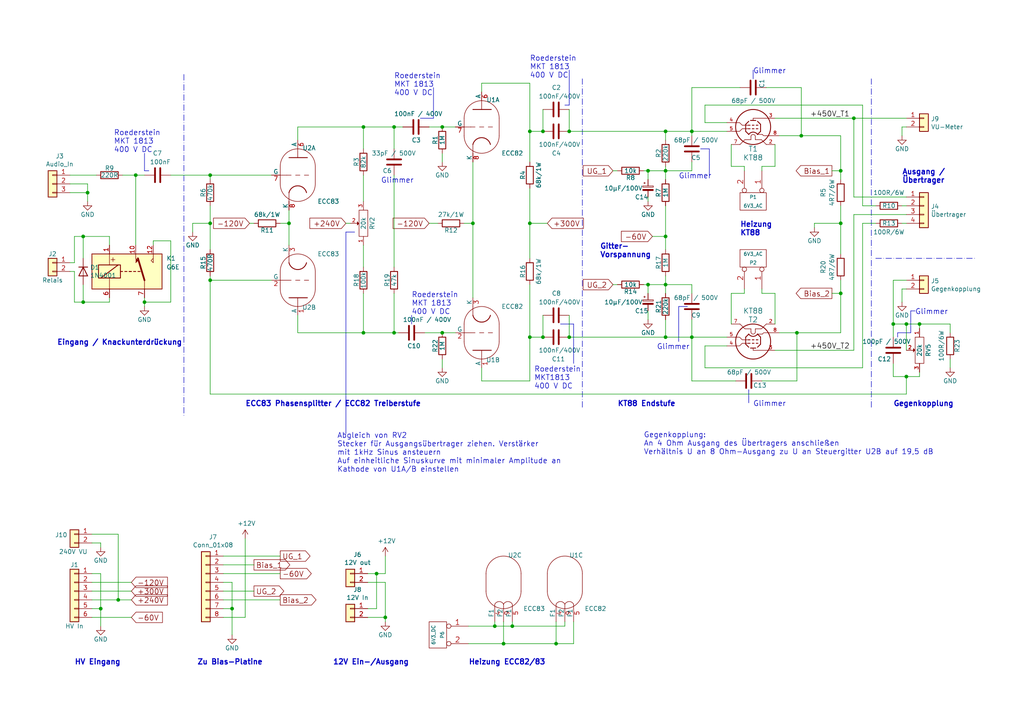
<source format=kicad_sch>
(kicad_sch (version 20231120) (generator "eeschema") (generator_version "8.0")
  (paper "A4")
  (title_block (title "KT88 Endstufe") (date "2019-04-24") (rev "1.0") (company "fordprfkt@googlemail.com") (comment 1 "Daniel Walter"))
  (lib_symbols
    (symbol "Connector_Generic:Conn_01x02" (pin_names (offset 1.016) hide)
      (property "Reference" "J" (at 0 2.54 0))
      (property "Value" "Conn_01x02" (at 0 -5.08 0))
      (symbol "Conn_01x02_1_1"
        (pin passive line (at -5.08 0 0) (length 3.81) (name "Pin_1") (number "1"))
        (pin passive line (at -5.08 -2.54 0) (length 3.81) (name "Pin_2") (number "2"))
      )
    )
    (symbol "Connector_Generic:Conn_01x03" (pin_names (offset 1.016) hide)
      (property "Reference" "J" (at 0 5.08 0))
      (property "Value" "Conn_01x03" (at 0 -5.08 0))
      (symbol "Conn_01x03_1_1"
        (pin passive line (at -5.08 2.54 0) (length 3.81) (name "Pin_1") (number "1"))
        (pin passive line (at -5.08 0 0) (length 3.81) (name "Pin_2") (number "2"))
        (pin passive line (at -5.08 -2.54 0) (length 3.81) (name "Pin_3") (number "3"))
      )
    )
    (symbol "Connector_Generic:Conn_01x04" (pin_names (offset 1.016) hide)
      (property "Reference" "J" (at 0 5.08 0))
      (property "Value" "Conn_01x04" (at 0 -7.62 0))
      (symbol "Conn_01x04_1_1"
        (pin passive line (at -5.08 2.54 0) (length 3.81) (name "Pin_1") (number "1"))
        (pin passive line (at -5.08 0 0) (length 3.81) (name "Pin_2") (number "2"))
        (pin passive line (at -5.08 -2.54 0) (length 3.81) (name "Pin_3") (number "3"))
        (pin passive line (at -5.08 -5.08 0) (length 3.81) (name "Pin_4") (number "4"))
      )
    )
    (symbol "Connector_Generic:Conn_01x08" (pin_names (offset 1.016) hide)
      (property "Reference" "J" (at 0 10.16 0))
      (property "Value" "Conn_01x08" (at 0 -12.7 0))
      (symbol "Conn_01x08_1_1"
        (pin passive line (at -5.08 7.62 0) (length 3.81) (name "Pin_1") (number "1"))
        (pin passive line (at -5.08 5.08 0) (length 3.81) (name "Pin_2") (number "2"))
        (pin passive line (at -5.08 2.54 0) (length 3.81) (name "Pin_3") (number "3"))
        (pin passive line (at -5.08 0 0) (length 3.81) (name "Pin_4") (number "4"))
        (pin passive line (at -5.08 -2.54 0) (length 3.81) (name "Pin_5") (number "5"))
        (pin passive line (at -5.08 -5.08 0) (length 3.81) (name "Pin_6") (number "6"))
        (pin passive line (at -5.08 -7.62 0) (length 3.81) (name "Pin_7") (number "7"))
        (pin passive line (at -5.08 -10.16 0) (length 3.81) (name "Pin_8") (number "8"))
      )
    )
    (symbol "Device:C_Polarized_Small" (pin_numbers hide) (pin_names (offset 0.254) hide)
      (property "Reference" "C" (at 0.254 1.778 0))
      (property "Value" "C_Polarized_Small" (at 0.254 -2.032 0))
      (symbol "C_Polarized_Small_1_1"
        (pin passive line (at 0 2.54 270) (length 1.8542) (name "~") (number "1"))
        (pin passive line (at 0 -2.54 90) (length 1.8542) (name "~") (number "2"))
      )
    )
    (symbol "Diode:1N4001" (pin_numbers hide) (pin_names (offset 1.016) hide)
      (property "Reference" "D" (at 0 2.54 0))
      (property "Value" "1N4001" (at 0 -2.54 0))
      (symbol "1N4001_1_1"
        (pin passive line (at -3.81 0 0) (length 2.54) (name "K") (number "1"))
        (pin passive line (at 3.81 0 180) (length 2.54) (name "A") (number "2"))
      )
    )
    (symbol "Endstufe-rescue:C" (pin_numbers hide) (pin_names (offset 0.254))
      (property "Reference" "C" (at 0.635 2.54 0))
      (property "Value" "C" (at 0.635 -2.54 0))
      (symbol "C_1_1"
        (pin passive line (at 0 3.81 270) (length 2.794) (name "~") (number "1"))
        (pin passive line (at 0 -3.81 90) (length 2.794) (name "~") (number "2"))
      )
    )
    (symbol "Endstufe-rescue:CONN_2" (pin_names (offset 1.016) hide)
      (property "Reference" "P" (at -1.27 0 90))
      (property "Value" "CONN_2" (at 1.27 0 90))
      (symbol "CONN_2_1_1"
        (pin passive inverted (at -8.89 2.54 0) (length 6.35) (name "P1") (number "1"))
        (pin passive inverted (at -8.89 -2.54 0) (length 6.35) (name "P2") (number "2"))
      )
    )
    (symbol "Endstufe-rescue:Conn_01x02" (pin_names (offset 1.016) hide)
      (property "Reference" "J" (at 0 2.54 0))
      (property "Value" "Conn_01x02" (at 0 -5.08 0))
      (symbol "Conn_01x02_1_1"
        (pin passive line (at -5.08 0 0) (length 3.81) (name "Pin_1") (number "1"))
        (pin passive line (at -5.08 -2.54 0) (length 3.81) (name "Pin_2") (number "2"))
      )
    )
    (symbol "Endstufe-rescue:Conn_01x06" (pin_names (offset 1.016) hide)
      (property "Reference" "J" (at 0 7.62 0))
      (property "Value" "Conn_01x06" (at 0 -10.16 0))
      (symbol "Conn_01x06_1_1"
        (pin passive line (at -5.08 5.08 0) (length 3.81) (name "Pin_1") (number "1"))
        (pin passive line (at -5.08 2.54 0) (length 3.81) (name "Pin_2") (number "2"))
        (pin passive line (at -5.08 0 0) (length 3.81) (name "Pin_3") (number "3"))
        (pin passive line (at -5.08 -2.54 0) (length 3.81) (name "Pin_4") (number "4"))
        (pin passive line (at -5.08 -5.08 0) (length 3.81) (name "Pin_5") (number "5"))
        (pin passive line (at -5.08 -7.62 0) (length 3.81) (name "Pin_6") (number "6"))
      )
    )
    (symbol "Endstufe-rescue:ECC83" (pin_names (offset 0))
      (property "Reference" "U" (at 3.302 7.874 0))
      (property "Value" "ECC83" (at 8.89 -7.62 0))
      (symbol "ECC83_1_1"
        (pin output line (at 0 10.16 270) (length 2.54) (name "A") (number "6"))
        (pin input line (at -7.62 0 0) (length 2.54) (name "G") (number "7"))
        (pin bidirectional line (at -2.54 -10.16 90) (length 2.54) (name "K") (number "8"))
      )
      (symbol "ECC83_2_1"
        (pin output line (at 0 10.16 270) (length 2.54) (name "A") (number "1"))
        (pin input line (at -7.62 0 0) (length 2.54) (name "G") (number "2"))
        (pin bidirectional line (at -2.54 -10.16 90) (length 2.54) (name "K") (number "3"))
      )
      (symbol "ECC83_3_1"
        (pin power_in line (at -2.54 -11.43 90) (length 5.08) (name "F1") (number "4"))
        (pin power_in line (at 2.54 -11.43 90) (length 5.08) (name "F1") (number "5"))
        (pin power_in line (at 0 -11.43 90) (length 5.08) (name "F2") (number "9"))
      )
    )
    (symbol "Endstufe-rescue:G6E" (pin_names (offset 1.016))
      (property "Reference" "K" (at 11.43 3.81 0))
      (property "Value" "G6E" (at 11.43 1.27 0))
      (symbol "G6E_0_0"
        (text "+" (at -4.064 3.556 0) (effects (font (size 1.524 1.524))))
      )
      (symbol "G6E_1_1"
        (pin passive line (at -5.08 7.62 270) (length 2.54) (name "~") (number "1"))
        (pin passive line (at 2.54 7.62 270) (length 2.54) (name "~") (number "10"))
        (pin passive line (at 7.62 7.62 270) (length 2.54) (name "~") (number "12"))
        (pin passive line (at -5.08 -7.62 90) (length 2.54) (name "~") (number "6"))
        (pin passive line (at 5.08 -7.62 90) (length 2.54) (name "~") (number "7"))
      )
    )
    (symbol "Endstufe-rescue:GND" (power) (pin_names (offset 0))
      (property "Value" "GND" (at 0 -3.81 0))
      (symbol "GND_1_1"
        (pin power_in line (at 0 0 270) (length 0) hide (name "GND") (number "1"))
      )
    )
    (symbol "Endstufe-rescue:KT88" (pin_names (offset 0.0254) hide)
      (property "Reference" "T" (at 0 -6.35 0))
      (property "Value" "KT88" (at 0 -8.89 0))
      (symbol "KT88_1_1"
        (pin input line (at -6.35 -5.08 0) (length 2.54) (name "f") (number "2"))
        (pin input line (at -6.35 2.54 0) (length 2.54) (name "a") (number "3"))
        (pin input line (at 7.62 1.27 180) (length 2.54) (name "g2") (number "4"))
        (pin input line (at 7.62 -1.27 180) (length 2.54) (name "g1") (number "5"))
        (pin input line (at 6.35 -5.08 180) (length 2.54) (name "f") (number "7"))
        (pin input line (at -7.62 -2.54 0) (length 2.54) (name "k") (number "8"))
      )
    )
    (symbol "Endstufe-rescue:POT-RESCUE-Endstufe" (pin_names (offset 1.016) hide)
      (property "Reference" "RV" (at 0 -2.54 0))
      (property "Value" "POT-RESCUE-Endstufe" (at 0 0 0))
      (symbol "POT-RESCUE-Endstufe_1_1"
        (pin passive line (at -6.35 0 0) (length 2.54) (name "1") (number "1"))
        (pin passive line (at 0 3.81 270) (length 2.032) (name "2") (number "2"))
        (pin passive line (at 6.35 0 180) (length 2.54) (name "3") (number "3"))
      )
    )
    (symbol "Endstufe-rescue:R" (pin_numbers hide) (pin_names (offset 0))
      (property "Reference" "R" (at 2.032 0 90))
      (property "Value" "R" (at 0 0 90))
      (symbol "R_1_1"
        (pin passive line (at 0 3.81 270) (length 1.27) (name "~") (number "1"))
        (pin passive line (at 0 -3.81 90) (length 1.27) (name "~") (number "2"))
      )
    )
    (symbol "power:+12V" (power) (pin_names (offset 0))
      (property "Value" "+12V" (at 0 3.556 0))
      (symbol "+12V_1_1"
        (pin power_in line (at 0 0 90) (length 0) hide (name "+12V") (number "1"))
      )
    )
  )
  (junction (at 165.1 38.1))
  (junction (at 67.31 176.53))
  (junction (at 114.3 36.83))
  (junction (at 128.27 96.52))
  (junction (at 243.84 85.09))
  (junction (at 39.37 50.8))
  (junction (at 25.4 55.88))
  (junction (at 262.89 93.98))
  (junction (at 193.04 82.55))
  (junction (at 60.96 81.28))
  (junction (at 193.04 49.53))
  (junction (at 105.41 36.83))
  (junction (at 193.04 68.58))
  (junction (at 137.16 64.77))
  (junction (at 153.67 64.77))
  (junction (at 153.67 38.1))
  (junction (at 60.96 64.77))
  (junction (at 153.67 97.79))
  (junction (at 24.13 68.58))
  (junction (at 243.84 49.53))
  (junction (at 157.48 38.1))
  (junction (at 111.76 179.07))
  (junction (at 243.84 64.77))
  (junction (at 193.04 38.1))
  (junction (at 114.3 96.52))
  (junction (at 105.41 96.52))
  (junction (at 247.65 34.29))
  (junction (at 187.96 82.55))
  (junction (at 193.04 97.79))
  (junction (at 200.66 97.79))
  (junction (at 34.29 173.99))
  (junction (at 232.41 39.37))
  (junction (at 83.82 64.77))
  (junction (at 60.96 50.8))
  (junction (at 143.51 181.61))
  (junction (at 157.48 97.79))
  (junction (at 128.27 36.83))
  (junction (at 200.66 38.1))
  (junction (at 231.14 96.52))
  (junction (at 109.22 166.37))
  (junction (at 24.13 87.63))
  (junction (at 146.05 186.69))
  (junction (at 266.7 93.98))
  (junction (at 165.1 97.79))
  (junction (at 187.96 49.53))
  (junction (at 148.59 181.61))
  (junction (at 41.91 87.63))
  (junction (at 161.29 186.69))
  (junction (at 29.21 176.53))
  (junction (at 259.08 93.98))
  (junction (at 262.89 109.22))
  (wire (pts (xy 193.04 40.64) (xy 193.04 38.1)))
  (wire (pts (xy 83.82 60.96) (xy 83.82 64.77)))
  (wire (pts (xy 153.67 38.1) (xy 153.67 46.99)))
  (wire (pts (xy 39.37 50.8) (xy 41.91 50.8)))
  (wire (pts (xy 166.37 180.34) (xy 166.37 186.69)))
  (wire (pts (xy 241.3 85.09) (xy 243.84 85.09)))
  (wire (pts (xy 189.23 68.58) (xy 193.04 68.58)))
  (wire (pts (xy 220.98 48.26) (xy 220.98 49.53)))
  (wire (pts (xy 226.06 39.37) (xy 232.41 39.37)))
  (wire (pts (xy 143.51 181.61) (xy 143.51 180.34)))
  (wire (pts (xy 259.08 93.98) (xy 262.89 93.98)))
  (wire (pts (xy 193.04 38.1) (xy 200.66 38.1)))
  (polyline (pts (xy 264.16 96.52) (xy 260.35 96.52)))
  (wire (pts (xy 29.21 176.53) (xy 29.21 181.61)))
  (wire (pts (xy 232.41 39.37) (xy 243.84 39.37)))
  (wire (pts (xy 187.96 82.55) (xy 193.04 82.55)))
  (wire (pts (xy 262.89 101.6) (xy 262.89 93.98)))
  (wire (pts (xy 214.63 25.4) (xy 200.66 25.4)))
  (wire (pts (xy 128.27 106.68) (xy 128.27 104.14)))
  (wire (pts (xy 193.04 92.71) (xy 193.04 97.79)))
  (wire (pts (xy 243.84 96.52) (xy 231.14 96.52)))
  (wire (pts (xy 187.96 92.71) (xy 187.96 90.17)))
  (wire (pts (xy 26.67 176.53) (xy 29.21 176.53)))
  (wire (pts (xy 262.89 57.15) (xy 247.65 57.15)))
  (wire (pts (xy 39.37 50.8) (xy 39.37 71.12)))
  (wire (pts (xy 139.7 106.68) (xy 139.7 110.49)))
  (wire (pts (xy 64.77 173.99) (xy 81.28 173.99)))
  (wire (pts (xy 105.41 96.52) (xy 114.3 96.52)))
  (wire (pts (xy 134.62 64.77) (xy 137.16 64.77)))
  (polyline (pts (xy 196.85 88.9) (xy 199.39 88.9)))
  (wire (pts (xy 165.1 38.1) (xy 165.1 31.75)))
  (wire (pts (xy 64.77 161.29) (xy 81.28 161.29)))
  (polyline (pts (xy 166.37 105.41) (xy 166.37 93.98)))
  (wire (pts (xy 137.16 64.77) (xy 137.16 86.36)))
  (wire (pts (xy 24.13 87.63) (xy 24.13 82.55)))
  (wire (pts (xy 105.41 71.12) (xy 105.41 77.47)))
  (wire (pts (xy 153.67 64.77) (xy 153.67 74.93)))
  (wire (pts (xy 212.09 41.91) (xy 212.09 48.26)))
  (wire (pts (xy 71.12 179.07) (xy 71.12 156.21)))
  (wire (pts (xy 55.88 67.31) (xy 55.88 64.77)))
  (wire (pts (xy 200.66 39.37) (xy 200.66 38.1)))
  (wire (pts (xy 262.89 81.28) (xy 259.08 81.28)))
  (wire (pts (xy 187.96 58.42) (xy 187.96 57.15)))
  (wire (pts (xy 250.19 106.68) (xy 250.19 64.77)))
  (wire (pts (xy 123.19 96.52) (xy 128.27 96.52)))
  (wire (pts (xy 135.89 181.61) (xy 143.51 181.61)))
  (wire (pts (xy 275.59 93.98) (xy 275.59 96.52)))
  (wire (pts (xy 67.31 168.91) (xy 67.31 176.53)))
  (wire (pts (xy 157.48 91.44) (xy 157.48 97.79)))
  (wire (pts (xy 29.21 157.48) (xy 29.21 158.75)))
  (wire (pts (xy 200.66 38.1) (xy 210.82 38.1)))
  (wire (pts (xy 114.3 36.83) (xy 114.3 43.18)))
  (wire (pts (xy 266.7 109.22) (xy 266.7 107.95)))
  (wire (pts (xy 187.96 49.53) (xy 193.04 49.53)))
  (polyline (pts (xy 260.35 96.52) (xy 260.35 97.79)))
  (wire (pts (xy 200.66 92.71) (xy 200.66 97.79)))
  (wire (pts (xy 60.96 52.07) (xy 60.96 50.8)))
  (wire (pts (xy 60.96 81.28) (xy 60.96 114.3)))
  (wire (pts (xy 29.21 166.37) (xy 26.67 166.37)))
  (wire (pts (xy 224.79 48.26) (xy 220.98 48.26)))
  (wire (pts (xy 204.47 100.33) (xy 204.47 106.68)))
  (wire (pts (xy 262.89 64.77) (xy 261.62 64.77)))
  (wire (pts (xy 165.1 38.1) (xy 193.04 38.1)))
  (wire (pts (xy 38.1 179.07) (xy 26.67 179.07)))
  (wire (pts (xy 157.48 31.75) (xy 157.48 38.1)))
  (wire (pts (xy 232.41 25.4) (xy 232.41 39.37)))
  (wire (pts (xy 153.67 24.13) (xy 153.67 38.1)))
  (wire (pts (xy 193.04 82.55) (xy 193.04 85.09)))
  (wire (pts (xy 215.9 48.26) (xy 215.9 49.53)))
  (wire (pts (xy 114.3 96.52) (xy 115.57 96.52)))
  (wire (pts (xy 106.68 179.07) (xy 111.76 179.07)))
  (wire (pts (xy 187.96 85.09) (xy 187.96 82.55)))
  (wire (pts (xy 41.91 87.63) (xy 49.53 87.63)))
  (wire (pts (xy 187.96 52.07) (xy 187.96 49.53)))
  (wire (pts (xy 109.22 176.53) (xy 109.22 166.37)))
  (wire (pts (xy 20.32 55.88) (xy 25.4 55.88)))
  (wire (pts (xy 106.68 166.37) (xy 109.22 166.37)))
  (wire (pts (xy 60.96 114.3) (xy 262.89 114.3)))
  (wire (pts (xy 60.96 81.28) (xy 78.74 81.28)))
  (wire (pts (xy 64.77 166.37) (xy 81.28 166.37)))
  (wire (pts (xy 158.75 64.77) (xy 153.67 64.77)))
  (wire (pts (xy 24.13 74.93) (xy 24.13 68.58)))
  (wire (pts (xy 72.39 64.77) (xy 73.66 64.77)))
  (wire (pts (xy 153.67 110.49) (xy 153.67 97.79)))
  (wire (pts (xy 215.9 85.09) (xy 215.9 83.82)))
  (wire (pts (xy 26.67 171.45) (xy 38.1 171.45)))
  (wire (pts (xy 241.3 49.53) (xy 243.84 49.53)))
  (wire (pts (xy 247.65 34.29) (xy 247.65 57.15)))
  (wire (pts (xy 157.48 38.1) (xy 153.67 38.1)))
  (wire (pts (xy 259.08 81.28) (xy 259.08 93.98)))
  (wire (pts (xy 262.89 34.29) (xy 247.65 34.29)))
  (wire (pts (xy 111.76 179.07) (xy 111.76 180.34)))
  (wire (pts (xy 224.79 93.98) (xy 224.79 85.09)))
  (wire (pts (xy 200.66 97.79) (xy 210.82 97.79)))
  (wire (pts (xy 64.77 171.45) (xy 73.66 171.45)))
  (wire (pts (xy 111.76 166.37) (xy 111.76 161.29)))
  (wire (pts (xy 31.75 87.63) (xy 31.75 86.36)))
  (wire (pts (xy 224.79 85.09) (xy 220.98 85.09)))
  (wire (pts (xy 261.62 36.83) (xy 261.62 39.37)))
  (wire (pts (xy 41.91 87.63) (xy 41.91 86.36)))
  (polyline (pts (xy 254 74.93) (xy 283.21 74.93)) (stroke (width 0) (type dash_dot)))
  (wire (pts (xy 128.27 44.45) (xy 128.27 46.99)))
  (wire (pts (xy 210.82 100.33) (xy 204.47 100.33)))
  (polyline (pts (xy 218.44 20.32) (xy 218.44 22.86)))
  (wire (pts (xy 20.32 50.8) (xy 27.94 50.8)))
  (wire (pts (xy 25.4 53.34) (xy 20.32 53.34)))
  (wire (pts (xy 187.96 82.55) (xy 186.69 82.55)))
  (wire (pts (xy 55.88 64.77) (xy 60.96 64.77)))
  (wire (pts (xy 24.13 87.63) (xy 31.75 87.63)))
  (wire (pts (xy 262.89 93.98) (xy 266.7 93.98)))
  (wire (pts (xy 186.69 49.53) (xy 187.96 49.53)))
  (wire (pts (xy 86.36 96.52) (xy 86.36 91.44)))
  (wire (pts (xy 157.48 97.79) (xy 153.67 97.79)))
  (wire (pts (xy 262.89 83.82) (xy 261.62 83.82)))
  (wire (pts (xy 243.84 49.53) (xy 243.84 52.07)))
  (wire (pts (xy 204.47 35.56) (xy 204.47 30.48)))
  (wire (pts (xy 200.66 82.55) (xy 200.66 85.09)))
  (wire (pts (xy 128.27 36.83) (xy 132.08 36.83)))
  (wire (pts (xy 179.07 82.55) (xy 177.8 82.55)))
  (polyline (pts (xy 217.17 113.03) (xy 217.17 116.84)))
  (wire (pts (xy 266.7 93.98) (xy 266.7 95.25)))
  (wire (pts (xy 254 64.77) (xy 250.19 64.77)))
  (wire (pts (xy 161.29 186.69) (xy 166.37 186.69)))
  (wire (pts (xy 106.68 176.53) (xy 109.22 176.53)))
  (wire (pts (xy 31.75 68.58) (xy 31.75 71.12)))
  (polyline (pts (xy 196.85 99.06) (xy 196.85 88.9)))
  (wire (pts (xy 212.09 85.09) (xy 215.9 85.09)))
  (wire (pts (xy 44.45 69.85) (xy 44.45 71.12)))
  (wire (pts (xy 109.22 166.37) (xy 111.76 166.37)))
  (wire (pts (xy 35.56 50.8) (xy 39.37 50.8)))
  (wire (pts (xy 243.84 64.77) (xy 243.84 73.66)))
  (wire (pts (xy 83.82 64.77) (xy 83.82 71.12)))
  (wire (pts (xy 165.1 97.79) (xy 193.04 97.79)))
  (wire (pts (xy 38.1 173.99) (xy 34.29 173.99)))
  (wire (pts (xy 220.98 110.49) (xy 231.14 110.49)))
  (polyline (pts (xy 41.91 44.45) (xy 41.91 49.53)))
  (wire (pts (xy 247.65 62.23) (xy 247.65 101.6)))
  (polyline (pts (xy 168.91 118.11) (xy 168.91 22.86)) (stroke (width 0) (type dash_dot)))
  (wire (pts (xy 114.3 96.52) (xy 114.3 85.09)))
  (wire (pts (xy 259.08 109.22) (xy 262.89 109.22)))
  (wire (pts (xy 153.67 97.79) (xy 153.67 82.55)))
  (wire (pts (xy 224.79 41.91) (xy 224.79 48.26)))
  (wire (pts (xy 193.04 48.26) (xy 193.04 49.53)))
  (wire (pts (xy 106.68 168.91) (xy 111.76 168.91)))
  (wire (pts (xy 49.53 69.85) (xy 44.45 69.85)))
  (wire (pts (xy 135.89 186.69) (xy 146.05 186.69)))
  (wire (pts (xy 243.84 85.09) (xy 243.84 96.52)))
  (wire (pts (xy 200.66 25.4) (xy 200.66 38.1)))
  (wire (pts (xy 34.29 154.94) (xy 34.29 173.99)))
  (wire (pts (xy 64.77 168.91) (xy 67.31 168.91)))
  (wire (pts (xy 262.89 36.83) (xy 261.62 36.83)))
  (wire (pts (xy 243.84 81.28) (xy 243.84 85.09)))
  (wire (pts (xy 34.29 173.99) (xy 26.67 173.99)))
  (wire (pts (xy 24.13 68.58) (xy 31.75 68.58)))
  (wire (pts (xy 26.67 154.94) (xy 34.29 154.94)))
  (wire (pts (xy 213.36 110.49) (xy 200.66 110.49)))
  (polyline (pts (xy 252.73 118.11) (xy 252.73 22.86)) (stroke (width 0) (type dash_dot)))
  (polyline (pts (xy 166.37 93.98) (xy 162.56 93.98)))
  (wire (pts (xy 128.27 96.52) (xy 132.08 96.52)))
  (wire (pts (xy 105.41 50.8) (xy 105.41 58.42)))
  (wire (pts (xy 139.7 110.49) (xy 153.67 110.49)))
  (polyline (pts (xy 264.16 90.17) (xy 264.16 96.52)))
  (wire (pts (xy 100.33 64.77) (xy 101.6 64.77)))
  (polyline (pts (xy 100.33 67.31) (xy 102.87 67.31)))
  (wire (pts (xy 193.04 97.79) (xy 200.66 97.79)))
  (wire (pts (xy 105.41 43.18) (xy 105.41 36.83)))
  (wire (pts (xy 275.59 106.68) (xy 275.59 104.14)))
  (wire (pts (xy 137.16 46.99) (xy 137.16 64.77)))
  (wire (pts (xy 105.41 36.83) (xy 114.3 36.83)))
  (wire (pts (xy 193.04 49.53) (xy 193.04 52.07)))
  (polyline (pts (xy 125.73 25.4) (xy 125.73 34.29)))
  (polyline (pts (xy 205.74 50.8) (xy 205.74 43.18)))
  (wire (pts (xy 67.31 176.53) (xy 67.31 184.15)))
  (wire (pts (xy 259.08 109.22) (xy 259.08 105.41)))
  (wire (pts (xy 212.09 48.26) (xy 215.9 48.26)))
  (polyline (pts (xy 53.34 21.59) (xy 53.34 120.65)) (stroke (width 0) (type dash_dot)))
  (wire (pts (xy 193.04 49.53) (xy 200.66 49.53)))
  (wire (pts (xy 49.53 50.8) (xy 60.96 50.8)))
  (polyline (pts (xy 165.1 30.48) (xy 163.83 30.48)))
  (wire (pts (xy 25.4 53.34) (xy 25.4 55.88)))
  (wire (pts (xy 21.59 87.63) (xy 24.13 87.63)))
  (wire (pts (xy 124.46 36.83) (xy 128.27 36.83)))
  (wire (pts (xy 204.47 30.48) (xy 250.19 30.48)))
  (polyline (pts (xy 205.74 43.18) (xy 203.2 43.18)))
  (wire (pts (xy 25.4 55.88) (xy 25.4 58.42)))
  (wire (pts (xy 148.59 181.61) (xy 148.59 180.34)))
  (wire (pts (xy 204.47 106.68) (xy 250.19 106.68)))
  (wire (pts (xy 220.98 85.09) (xy 220.98 83.82)))
  (wire (pts (xy 60.96 50.8) (xy 78.74 50.8)))
  (wire (pts (xy 193.04 82.55) (xy 200.66 82.55)))
  (wire (pts (xy 139.7 24.13) (xy 153.67 24.13)))
  (wire (pts (xy 179.07 49.53) (xy 177.8 49.53)))
  (wire (pts (xy 259.08 97.79) (xy 259.08 93.98)))
  (wire (pts (xy 262.89 109.22) (xy 266.7 109.22)))
  (wire (pts (xy 60.96 64.77) (xy 60.96 72.39)))
  (wire (pts (xy 222.25 25.4) (xy 232.41 25.4)))
  (wire (pts (xy 236.22 66.04) (xy 236.22 64.77)))
  (wire (pts (xy 21.59 78.74) (xy 21.59 87.63)))
  (wire (pts (xy 231.14 96.52) (xy 226.06 96.52)))
  (polyline (pts (xy 41.91 49.53) (xy 43.18 49.53)))
  (wire (pts (xy 26.67 157.48) (xy 29.21 157.48)))
  (wire (pts (xy 200.66 110.49) (xy 200.66 97.79)))
  (polyline (pts (xy 100.33 125.73) (xy 100.33 67.31)))
  (wire (pts (xy 262.89 62.23) (xy 247.65 62.23)))
  (wire (pts (xy 73.66 163.83) (xy 64.77 163.83)))
  (wire (pts (xy 111.76 168.91) (xy 111.76 179.07)))
  (wire (pts (xy 161.29 180.34) (xy 161.29 186.69)))
  (wire (pts (xy 236.22 64.77) (xy 243.84 64.77)))
  (wire (pts (xy 146.05 186.69) (xy 161.29 186.69)))
  (wire (pts (xy 193.04 80.01) (xy 193.04 82.55)))
  (wire (pts (xy 193.04 59.69) (xy 193.04 68.58)))
  (wire (pts (xy 64.77 176.53) (xy 67.31 176.53)))
  (wire (pts (xy 49.53 87.63) (xy 49.53 69.85)))
  (wire (pts (xy 21.59 76.2) (xy 21.59 68.58)))
  (wire (pts (xy 38.1 168.91) (xy 26.67 168.91)))
  (wire (pts (xy 124.46 64.77) (xy 127 64.77)))
  (wire (pts (xy 21.59 68.58) (xy 24.13 68.58)))
  (polyline (pts (xy 119.38 93.98) (xy 119.38 91.44)))
  (wire (pts (xy 148.59 181.61) (xy 163.83 181.61)))
  (wire (pts (xy 210.82 35.56) (xy 204.47 35.56)))
  (polyline (pts (xy 125.73 34.29) (xy 121.92 34.29)))
  (polyline (pts (xy 165.1 20.32) (xy 165.1 30.48)))
  (wire (pts (xy 20.32 78.74) (xy 21.59 78.74)))
  (wire (pts (xy 60.96 80.01) (xy 60.96 81.28)))
  (wire (pts (xy 224.79 101.6) (xy 247.65 101.6)))
  (wire (pts (xy 64.77 179.07) (xy 71.12 179.07)))
  (wire (pts (xy 81.28 64.77) (xy 83.82 64.77)))
  (wire (pts (xy 41.91 88.9) (xy 41.91 87.63)))
  (wire (pts (xy 60.96 59.69) (xy 60.96 64.77)))
  (wire (pts (xy 193.04 68.58) (xy 193.04 72.39)))
  (wire (pts (xy 153.67 54.61) (xy 153.67 64.77)))
  (wire (pts (xy 29.21 176.53) (xy 29.21 166.37)))
  (wire (pts (xy 224.79 34.29) (xy 247.65 34.29)))
  (wire (pts (xy 266.7 93.98) (xy 275.59 93.98)))
  (wire (pts (xy 250.19 30.48) (xy 250.19 59.69)))
  (wire (pts (xy 200.66 49.53) (xy 200.66 46.99)))
  (wire (pts (xy 250.19 59.69) (xy 254 59.69)))
  (wire (pts (xy 143.51 181.61) (xy 148.59 181.61)))
  (wire (pts (xy 114.3 36.83) (xy 116.84 36.83)))
  (wire (pts (xy 139.7 26.67) (xy 139.7 24.13)))
  (wire (pts (xy 146.05 186.69) (xy 146.05 180.34)))
  (wire (pts (xy 231.14 110.49) (xy 231.14 96.52)))
  (wire (pts (xy 86.36 36.83) (xy 105.41 36.83)))
  (wire (pts (xy 243.84 39.37) (xy 243.84 49.53)))
  (wire (pts (xy 261.62 59.69) (xy 262.89 59.69)))
  (wire (pts (xy 163.83 181.61) (xy 163.83 180.34)))
  (wire (pts (xy 262.89 114.3) (xy 262.89 109.22)))
  (polyline (pts (xy 265.43 90.17) (xy 264.16 90.17)))
  (wire (pts (xy 243.84 59.69) (xy 243.84 64.77)))
  (wire (pts (xy 86.36 40.64) (xy 86.36 36.83)))
  (wire (pts (xy 261.62 83.82) (xy 261.62 87.63)))
  (wire (pts (xy 114.3 50.8) (xy 114.3 77.47)))
  (wire (pts (xy 105.41 85.09) (xy 105.41 96.52)))
  (wire (pts (xy 212.09 93.98) (xy 212.09 85.09)))
  (wire (pts (xy 20.32 76.2) (xy 21.59 76.2)))
  (wire (pts (xy 86.36 96.52) (xy 105.41 96.52)))
  (wire (pts (xy 165.1 91.44) (xy 165.1 97.79)))
  (text "Glimmer" (at 190.5 101.6 0) (effects (font (size 1.524 1.524)) (justify left bottom)))
  (text "Heizung ECC82/83" (at 135.89 193.04 0) (effects (font (size 1.524 1.524) (thickness 0.3048) (bold yes)) (justify left bottom)))
  (text "Gitter-\nVorspannung" (at 173.99 74.93 0) (effects (font (size 1.524 1.524) (thickness 0.3048) (bold yes)) (justify left bottom)))
  (text "Glimmer" (at 218.44 118.11 0) (effects (font (size 1.524 1.524)) (justify left bottom)))
  (text "Abgleich von RV2\nStecker für Ausgangsübertrager ziehen. Verstärker\nmit 1kHz Sinus ansteuern\nAuf einheitliche Sinuskurve mit minimaler Amplitude an\nKathode von U1A/B einstellen" (at 97.79 137.16 0) (effects (font (size 1.524 1.524)) (justify left bottom)))
  (text "Glimmer" (at 218.44 21.59 0) (effects (font (size 1.524 1.524)) (justify left bottom)))
  (text "HV Eingang" (at 21.59 193.04 0) (effects (font (size 1.524 1.524) (thickness 0.3048) (bold yes)) (justify left bottom)))
  (text "Ausgang / \nÜbertrager" (at 261.62 53.34 0) (effects (font (size 1.524 1.524) (thickness 0.3048) (bold yes)) (justify left bottom)))
  (text "Eingang / Knackunterdrückung" (at 16.51 100.33 0) (effects (font (size 1.524 1.524) (thickness 0.3048) (bold yes)) (justify left bottom)))
  (text "Glimmer" (at 265.43 91.44 0) (effects (font (size 1.524 1.524)) (justify left bottom)))
  (text "12V Ein-/Ausgang" (at 96.52 193.04 0) (effects (font (size 1.524 1.524) (thickness 0.3048) (bold yes)) (justify left bottom)))
  (text "Gegenkopplung:\nAn 4 Ohm Ausgang des Übertragers anschließen\nVerhältnis U an 8 Ohm-Ausgang zu U an Steuergitter U2B auf 19,5 dB" (at 186.69 132.08 0) (effects (font (size 1.524 1.524)) (justify left bottom)))
  (text "Roederstein\nMKT 1813\n400 V DC" (at 153.67 22.86 0) (effects (font (size 1.524 1.524)) (justify left bottom)))
  (text "Roederstein\nMKT 1813\n400 V DC" (at 114.3 27.94 0) (effects (font (size 1.524 1.524)) (justify left bottom)))
  (text "Glimmer" (at 110.49 53.34 0) (effects (font (size 1.524 1.524)) (justify left bottom)))
  (text "Zu Bias-Platine" (at 57.15 193.04 0) (effects (font (size 1.524 1.524) (thickness 0.3048) (bold yes)) (justify left bottom)))
  (text "Gegenkopplung" (at 259.08 118.11 0) (effects (font (size 1.524 1.524) (thickness 0.3048) (bold yes)) (justify left bottom)))
  (text "ECC83 Phasensplitter / ECC82 Treiberstufe" (at 71.12 118.11 0) (effects (font (size 1.524 1.524) (thickness 0.3048) (bold yes)) (justify left bottom)))
  (text "KT88 Endstufe" (at 179.07 118.11 0) (effects (font (size 1.524 1.524) (thickness 0.3048) (bold yes)) (justify left bottom)))
  (text "Roederstein\nMKT1813\n400 V DC" (at 154.94 113.03 0) (effects (font (size 1.524 1.524)) (justify left bottom)))
  (text "Roederstein \nMKT 1813\n400 V DC" (at 119.38 91.44 0) (effects (font (size 1.524 1.524)) (justify left bottom)))
  (text "Heizung\nKT88" (at 214.63 68.58 0) (effects (font (size 1.524 1.524) (thickness 0.3048) (bold yes)) (justify left bottom)))
  (text "Glimmer" (at 196.85 52.07 0) (effects (font (size 1.524 1.524)) (justify left bottom)))
  (text "Roederstein\nMKT 1813\n400 V DC" (at 33.02 44.45 0) (effects (font (size 1.524 1.524)) (justify left bottom)))
  (label "+450V_T2" (at 234.95 101.6 0) (effects (font (size 1.524 1.524))))
  (label "+450V_T1" (at 234.95 34.29 0) (effects (font (size 1.524 1.524))))
  (global_label "+300V" (shape input) (at 158.75 64.77 0) (effects (font (size 1.524 1.524))) (property "Intersheetrefs" "${INTERSHEET_REFS}" (effects (hide yes))))
  (global_label "-60V" (shape output) (at 81.28 166.37 0) (effects (font (size 1.524 1.524))) (property "Intersheetrefs" "${INTERSHEET_REFS}" (effects (hide yes))))
  (global_label "+240V" (shape input) (at 38.1 173.99 0) (effects (font (size 1.524 1.524))) (property "Intersheetrefs" "${INTERSHEET_REFS}" (effects (hide yes))))
  (global_label "UG_1" (shape output) (at 81.28 161.29 0) (effects (font (size 1.524 1.524))) (property "Intersheetrefs" "${INTERSHEET_REFS}" (effects (hide yes))))
  (global_label "Bias_2" (shape output) (at 241.3 85.09 180) (effects (font (size 1.524 1.524))) (property "Intersheetrefs" "${INTERSHEET_REFS}" (effects (hide yes))))
  (global_label "UG_1" (shape input) (at 177.8 49.53 180) (effects (font (size 1.524 1.524))) (property "Intersheetrefs" "${INTERSHEET_REFS}" (effects (hide yes))))
  (global_label "UG_2" (shape output) (at 73.66 171.45 0) (effects (font (size 1.524 1.524))) (property "Intersheetrefs" "${INTERSHEET_REFS}" (effects (hide yes))))
  (global_label "Bias_2" (shape output) (at 81.28 173.99 0) (effects (font (size 1.524 1.524))) (property "Intersheetrefs" "${INTERSHEET_REFS}" (effects (hide yes))))
  (global_label "+300V" (shape input) (at 38.1 171.45 0) (effects (font (size 1.524 1.524))) (property "Intersheetrefs" "${INTERSHEET_REFS}" (effects (hide yes))))
  (global_label "-60V" (shape input) (at 38.1 179.07 0) (effects (font (size 1.524 1.524))) (property "Intersheetrefs" "${INTERSHEET_REFS}" (effects (hide yes))))
  (global_label "Bias_1" (shape output) (at 241.3 49.53 180) (effects (font (size 1.524 1.524))) (property "Intersheetrefs" "${INTERSHEET_REFS}" (effects (hide yes))))
  (global_label "+240V" (shape input) (at 100.33 64.77 180) (effects (font (size 1.524 1.524))) (property "Intersheetrefs" "${INTERSHEET_REFS}" (effects (hide yes))))
  (global_label "-60V" (shape input) (at 189.23 68.58 180) (effects (font (size 1.524 1.524))) (property "Intersheetrefs" "${INTERSHEET_REFS}" (effects (hide yes))))
  (global_label "-120V" (shape input) (at 72.39 64.77 180) (effects (font (size 1.524 1.524))) (property "Intersheetrefs" "${INTERSHEET_REFS}" (effects (hide yes))))
  (global_label "Bias_1" (shape output) (at 73.66 163.83 0) (effects (font (size 1.524 1.524))) (property "Intersheetrefs" "${INTERSHEET_REFS}" (effects (hide yes))))
  (global_label "-120V" (shape input) (at 38.1 168.91 0) (effects (font (size 1.524 1.524))) (property "Intersheetrefs" "${INTERSHEET_REFS}" (effects (hide yes))))
  (global_label "UG_2" (shape input) (at 177.8 82.55 180) (effects (font (size 1.524 1.524))) (property "Intersheetrefs" "${INTERSHEET_REFS}" (effects (hide yes))))
  (global_label "-120V" (shape input) (at 124.46 64.77 180) (effects (font (size 1.524 1.524))) (property "Intersheetrefs" "${INTERSHEET_REFS}" (effects (hide yes))))
  (symbol (lib_id "Endstufe-rescue:KT88") (at 218.44 36.83 0) (mirror y) (unit 1)
    (property "Reference" "T1" (at 218.44 43.18 0) (effects (font (size 1.524 1.524))))
    (property "Value" "KT88" (at 218.44 45.72 0) (effects (font (size 1.524 1.524))))
    (property "Footprint" "Valve:Valve_Octal" (effects (hide yes)))
  )
  (symbol (lib_id "Endstufe-rescue:KT88") (at 218.44 99.06 180) (unit 1)
    (property "Reference" "T2" (at 218.44 92.71 0) (effects (font (size 1.524 1.524))))
    (property "Value" "KT88" (at 218.44 90.17 0) (effects (font (size 1.524 1.524))))
    (property "Footprint" "Valve:Valve_Octal" (effects (hide yes)))
  )
  (symbol (lib_id "Endstufe-rescue:ECC83") (at 86.36 50.8 0) (unit 1)
    (property "Reference" "U2" (at 89.662 42.926 0))
    (property "Value" "ECC83" (at 95.25 58.42 0))
    (property "Footprint" "Valve:Valve_ECC-83-1" (effects (hide yes)))
  )
  (symbol (lib_id "Endstufe-rescue:ECC83") (at 86.36 81.28 0) (mirror x) (unit 2)
    (property "Reference" "U2" (at 89.662 89.154 0))
    (property "Value" "ECC83" (at 95.25 73.66 0))
    (property "Footprint" "Valve:Valve_ECC-83-1" (effects (hide yes)))
  )
  (symbol (lib_id "Endstufe-rescue:ECC83") (at 146.05 168.91 0) (unit 3)
    (property "Reference" "U2" (at 149.352 161.036 0))
    (property "Value" "ECC83" (at 154.94 176.53 0))
    (property "Footprint" "Valve:Valve_ECC-83-1" (effects (hide yes)))
  )
  (symbol (lib_id "Endstufe-rescue:ECC83") (at 139.7 36.83 0) (unit 1)
    (property "Reference" "U1" (at 143.002 28.956 0))
    (property "Value" "ECC82" (at 148.59 44.45 0))
    (property "Footprint" "Valve:Valve_ECC-83-1" (effects (hide yes)))
  )
  (symbol (lib_id "Endstufe-rescue:ECC83") (at 139.7 96.52 0) (mirror x) (unit 2)
    (property "Reference" "U1" (at 143.002 104.394 0))
    (property "Value" "ECC82" (at 148.59 88.9 0))
    (property "Footprint" "Valve:Valve_ECC-83-1" (effects (hide yes)))
  )
  (symbol (lib_id "Endstufe-rescue:ECC83") (at 163.83 168.91 0) (unit 3)
    (property "Reference" "U1" (at 167.132 161.036 0))
    (property "Value" "ECC82" (at 172.72 176.53 0))
    (property "Footprint" "Valve:Valve_ECC-83-1" (effects (hide yes)))
  )
  (symbol (lib_id "Endstufe-rescue:C") (at 120.65 36.83 270) (unit 1)
    (property "Reference" "C3" (at 119.38 40.64 90) (effects (justify left)))
    (property "Value" "100nF / 400V" (at 114.3 33.02 90) (effects (justify left)))
    (property "Footprint" "Capacitor_THT:C_Axial_L22.0mm_D9.5mm_P27.50mm_Horizontal" (effects (hide yes)))
  )
  (symbol (lib_id "Endstufe-rescue:POT-RESCUE-Endstufe") (at 105.41 64.77 90) (unit 1)
    (property "Reference" "RV2" (at 107.95 64.77 0))
    (property "Value" "20k" (at 105.41 64.77 0))
    (property "Footprint" "Potentiometer_THT:Potentiometer_Piher_PT-10-V10_Vertical_Hole" (effects (hide yes)))
  )
  (symbol (lib_id "Endstufe-rescue:R") (at 77.47 64.77 270) (unit 1)
    (property "Reference" "R11" (at 77.47 66.802 90))
    (property "Value" "68k/1W" (at 77.47 62.23 90))
    (property "Footprint" "Resistor_THT:R_Axial_DIN0207_L6.3mm_D2.5mm_P15.24mm_Horizontal" (effects (hide yes)))
  )
  (symbol (lib_id "Endstufe-rescue:GND") (at 25.4 58.42 0) (unit 1)
    (property "Reference" "#PWR01" (effects (hide yes)))
    (property "Value" "GND" (at 25.4 62.23 0))
  )
  (symbol (lib_id "Endstufe-rescue:R") (at 130.81 64.77 270) (unit 1)
    (property "Reference" "R12" (at 130.81 66.802 90))
    (property "Value" "27k/1W" (at 130.81 62.23 90))
    (property "Footprint" "Resistor_THT:R_Axial_DIN0207_L6.3mm_D2.5mm_P15.24mm_Horizontal" (effects (hide yes)))
  )
  (symbol (lib_id "Endstufe-rescue:R") (at 128.27 40.64 180) (unit 1)
    (property "Reference" "R1" (at 126.238 40.64 90))
    (property "Value" "1M" (at 128.27 40.64 90))
    (property "Footprint" "Resistor_THT:R_Axial_DIN0207_L6.3mm_D2.5mm_P10.16mm_Horizontal" (effects (hide yes)))
  )
  (symbol (lib_id "Endstufe-rescue:GND") (at 128.27 46.99 0) (unit 1)
    (property "Reference" "#PWR02" (effects (hide yes)))
    (property "Value" "GND" (at 128.27 50.8 0))
  )
  (symbol (lib_id "Endstufe-rescue:C") (at 119.38 96.52 270) (unit 1)
    (property "Reference" "C10" (at 118.11 100.33 90) (effects (justify left)))
    (property "Value" "100nF / 400V" (at 116.84 92.71 90) (effects (justify left)))
    (property "Footprint" "Capacitor_THT:C_Axial_L22.0mm_D9.5mm_P27.50mm_Horizontal" (effects (hide yes)))
  )
  (symbol (lib_id "Endstufe-rescue:R") (at 128.27 100.33 180) (unit 1)
    (property "Reference" "R22" (at 126.238 100.33 90))
    (property "Value" "1M" (at 128.27 100.33 90))
    (property "Footprint" "Resistor_THT:R_Axial_DIN0207_L6.3mm_D2.5mm_P10.16mm_Horizontal" (effects (hide yes)))
  )
  (symbol (lib_id "Endstufe-rescue:GND") (at 128.27 106.68 0) (unit 1)
    (property "Reference" "#PWR03" (effects (hide yes)))
    (property "Value" "GND" (at 128.27 110.49 0))
  )
  (symbol (lib_id "Endstufe-rescue:C") (at 114.3 46.99 180) (unit 1)
    (property "Reference" "C6" (at 113.665 49.53 0) (effects (justify left)))
    (property "Value" "33pF / 500V" (at 120.65 44.45 0) (effects (justify left)))
    (property "Footprint" "Capacitor_THT:C_Disc_D6.0mm_W4.4mm_P5.00mm" (effects (hide yes)))
  )
  (symbol (lib_id "Endstufe-rescue:R") (at 114.3 81.28 180) (unit 1)
    (property "Reference" "R19" (at 112.268 81.28 90))
    (property "Value" "47k" (at 114.3 81.28 90))
    (property "Footprint" "Resistor_THT:R_Axial_DIN0207_L6.3mm_D2.5mm_P10.16mm_Horizontal" (effects (hide yes)))
  )
  (symbol (lib_id "Endstufe-rescue:R") (at 105.41 81.28 180) (unit 1)
    (property "Reference" "R18" (at 103.378 81.28 90))
    (property "Value" "100k" (at 105.41 81.28 90))
    (property "Footprint" "Resistor_THT:R_Axial_DIN0207_L6.3mm_D2.5mm_P10.16mm_Horizontal" (effects (hide yes)))
  )
  (symbol (lib_id "Endstufe-rescue:R") (at 105.41 46.99 180) (unit 1)
    (property "Reference" "R3" (at 103.378 46.99 90))
    (property "Value" "82k" (at 105.41 46.99 90))
    (property "Footprint" "Resistor_THT:R_Axial_DIN0207_L6.3mm_D2.5mm_P10.16mm_Horizontal" (effects (hide yes)))
  )
  (symbol (lib_id "Endstufe-rescue:R") (at 153.67 78.74 180) (unit 1)
    (property "Reference" "R16" (at 151.638 78.74 90))
    (property "Value" "68k/1W" (at 156.21 78.74 90))
    (property "Footprint" "Resistor_THT:R_Axial_DIN0207_L6.3mm_D2.5mm_P10.16mm_Horizontal" (effects (hide yes)))
  )
  (symbol (lib_id "Endstufe-rescue:R") (at 153.67 50.8 180) (unit 1)
    (property "Reference" "R4" (at 151.638 50.8 90))
    (property "Value" "68k/1W" (at 156.21 50.8 90))
    (property "Footprint" "Resistor_THT:R_Axial_DIN0207_L6.3mm_D2.5mm_P10.16mm_Horizontal" (effects (hide yes)))
  )
  (symbol (lib_id "Endstufe-rescue:C") (at 161.29 97.79 270) (unit 1)
    (property "Reference" "C11" (at 160.02 104.14 90) (effects (justify left)))
    (property "Value" "100nF/400V" (at 156.21 101.6 90) (effects (justify left)))
    (property "Footprint" "Capacitor_THT:C_Axial_L22.0mm_D9.5mm_P27.50mm_Horizontal" (effects (hide yes)))
  )
  (symbol (lib_id "Endstufe-rescue:C") (at 161.29 38.1 270) (unit 1)
    (property "Reference" "C4" (at 160.02 44.45 90) (effects (justify left)))
    (property "Value" "100nF/400V" (at 156.21 41.91 90) (effects (justify left)))
    (property "Footprint" "Capacitor_THT:C_Axial_L22.0mm_D9.5mm_P27.50mm_Horizontal" (effects (hide yes)))
  )
  (symbol (lib_id "Endstufe-rescue:R") (at 243.84 77.47 180) (unit 1)
    (property "Reference" "R20" (at 238.76 77.47 90))
    (property "Value" "4R7/6W" (at 241.3 77.47 90))
    (property "Footprint" "Resistor_THT:R_Axial_DIN0922_L20.0mm_D9.0mm_P25.40mm_Horizontal" (effects (hide yes)))
  )
  (symbol (lib_id "Endstufe-rescue:R") (at 243.84 55.88 180) (unit 1)
    (property "Reference" "R5" (at 238.76 55.88 90))
    (property "Value" "4R7/6W" (at 241.3 55.88 90))
    (property "Footprint" "Resistor_THT:R_Axial_DIN0922_L20.0mm_D9.0mm_P25.40mm_Horizontal" (effects (hide yes)))
  )
  (symbol (lib_id "Endstufe-rescue:GND") (at 236.22 66.04 0) (unit 1)
    (property "Reference" "#PWR04" (effects (hide yes)))
    (property "Value" "GND" (at 236.22 69.85 0))
  )
  (symbol (lib_id "Endstufe-rescue:C") (at 161.29 31.75 270) (unit 1)
    (property "Reference" "C2" (at 160.02 25.4 90) (effects (justify left)))
    (property "Value" "100nF/400V" (at 156.21 27.94 90) (effects (justify left)))
    (property "Footprint" "Capacitor_THT:C_Axial_L22.0mm_D9.5mm_P27.50mm_Horizontal" (effects (hide yes)))
  )
  (symbol (lib_id "Endstufe-rescue:C") (at 161.29 91.44 270) (unit 1)
    (property "Reference" "C8" (at 160.02 85.09 90) (effects (justify left)))
    (property "Value" "100nF/400V" (at 156.21 87.63 90) (effects (justify left)))
    (property "Footprint" "Capacitor_THT:C_Axial_L22.0mm_D9.5mm_P27.50mm_Horizontal" (effects (hide yes)))
  )
  (symbol (lib_id "Endstufe-rescue:R") (at 193.04 44.45 180) (unit 1)
    (property "Reference" "R2" (at 191.008 44.45 90))
    (property "Value" "220k" (at 193.04 44.45 90))
    (property "Footprint" "Resistor_THT:R_Axial_DIN0207_L6.3mm_D2.5mm_P10.16mm_Horizontal" (effects (hide yes)))
  )
  (symbol (lib_id "Endstufe-rescue:R") (at 193.04 88.9 180) (unit 1)
    (property "Reference" "R21" (at 191.008 88.9 90))
    (property "Value" "220k" (at 193.04 88.9 90))
    (property "Footprint" "Resistor_THT:R_Axial_DIN0207_L6.3mm_D2.5mm_P10.16mm_Horizontal" (effects (hide yes)))
  )
  (symbol (lib_id "Endstufe-rescue:R") (at 193.04 55.88 180) (unit 1)
    (property "Reference" "R7" (at 191.008 55.88 90))
    (property "Value" "1M" (at 193.04 55.88 90))
    (property "Footprint" "Resistor_THT:R_Axial_DIN0207_L6.3mm_D2.5mm_P10.16mm_Horizontal" (effects (hide yes)))
  )
  (symbol (lib_id "Endstufe-rescue:CONN_2") (at 127 184.15 0) (mirror y) (unit 1)
    (property "Reference" "P6" (at 128.27 184.15 90) (effects (font (size 1.016 1.016))))
    (property "Value" "6V3_DC" (at 125.73 184.15 90) (effects (font (size 1.016 1.016))))
    (property "Footprint" "Connector_TE-Connectivity:TE_MATE-N-LOK_1-770866-x_1x02_P4.14mm_Vertical" (effects (hide yes)))
  )
  (symbol (lib_id "Endstufe-rescue:R") (at 60.96 76.2 180) (unit 1)
    (property "Reference" "R15" (at 58.928 76.2 90))
    (property "Value" "470R" (at 60.96 76.2 90))
    (property "Footprint" "Resistor_THT:R_Axial_DIN0207_L6.3mm_D2.5mm_P10.16mm_Horizontal" (effects (hide yes)))
  )
  (symbol (lib_id "Endstufe-rescue:R") (at 60.96 55.88 180) (unit 1)
    (property "Reference" "R6" (at 58.928 55.88 90))
    (property "Value" "470k" (at 60.96 55.88 90))
    (property "Footprint" "Resistor_THT:R_Axial_DIN0207_L6.3mm_D2.5mm_P10.16mm_Horizontal" (effects (hide yes)))
  )
  (symbol (lib_id "Endstufe-rescue:GND") (at 55.88 67.31 0) (unit 1)
    (property "Reference" "#PWR05" (effects (hide yes)))
    (property "Value" "GND" (at 55.88 71.12 0))
  )
  (symbol (lib_id "Endstufe-rescue:POT-RESCUE-Endstufe") (at 266.7 101.6 90) (mirror x) (unit 1)
    (property "Reference" "RV5" (at 269.24 101.6 0))
    (property "Value" "20k" (at 266.7 101.6 0))
    (property "Footprint" "Potentiometer_THT:Potentiometer_Piher_PT-10-V10_Vertical_Hole" (effects (hide yes)))
  )
  (symbol (lib_id "Endstufe-rescue:C") (at 259.08 101.6 180) (unit 1)
    (property "Reference" "C12" (at 258.445 104.14 0) (effects (justify left)))
    (property "Value" "100pF / 500V" (at 264.16 99.06 0) (effects (justify left)))
    (property "Footprint" "Capacitor_THT:C_Disc_D7.5mm_W4.4mm_P5.00mm" (effects (hide yes)))
  )
  (symbol (lib_id "Endstufe-rescue:R") (at 275.59 100.33 0) (unit 1)
    (property "Reference" "R23" (at 277.622 100.33 90))
    (property "Value" "100R/6W" (at 273.05 100.33 90))
    (property "Footprint" "Resistor_THT:R_Axial_DIN0922_L20.0mm_D9.0mm_P25.40mm_Horizontal" (effects (hide yes)))
  )
  (symbol (lib_id "Endstufe-rescue:R") (at 257.81 59.69 90) (unit 1)
    (property "Reference" "R10" (at 257.81 59.69 90))
    (property "Value" "100R/6W" (at 257.81 55.88 90))
    (property "Footprint" "Resistor_THT:R_Axial_DIN0922_L20.0mm_D9.0mm_P25.40mm_Horizontal" (effects (hide yes)))
  )
  (symbol (lib_id "Endstufe-rescue:R") (at 257.81 64.77 90) (unit 1)
    (property "Reference" "R13" (at 257.81 64.77 90))
    (property "Value" "100R/6W" (at 257.81 67.31 90))
    (property "Footprint" "Resistor_THT:R_Axial_DIN0922_L20.0mm_D9.0mm_P25.40mm_Horizontal" (effects (hide yes)))
  )
  (symbol (lib_id "Endstufe-rescue:GND") (at 275.59 106.68 0) (unit 1)
    (property "Reference" "#PWR07" (effects (hide yes)))
    (property "Value" "GND" (at 275.59 110.49 0))
  )
  (symbol (lib_id "Endstufe-rescue:C") (at 218.44 25.4 270) (unit 1)
    (property "Reference" "C1" (at 220.98 22.86 0) (effects (justify left)))
    (property "Value" "68pF / 500V" (at 212.09 29.21 90) (effects (justify left)))
    (property "Footprint" "Capacitor_THT:C_Disc_D7.5mm_W4.4mm_P5.00mm" (effects (hide yes)))
  )
  (symbol (lib_id "Endstufe-rescue:C") (at 217.17 110.49 270) (unit 1)
    (property "Reference" "C13" (at 218.44 111.76 90) (effects (justify left)))
    (property "Value" "68pF / 500V" (at 210.82 107.95 90) (effects (justify left)))
    (property "Footprint" "Capacitor_THT:C_Disc_D7.5mm_W4.4mm_P5.00mm" (effects (hide yes)))
  )
  (symbol (lib_id "Endstufe-rescue:R") (at 193.04 76.2 180) (unit 1)
    (property "Reference" "R17" (at 191.008 76.2 90))
    (property "Value" "1M" (at 193.04 76.2 90))
    (property "Footprint" "Resistor_THT:R_Axial_DIN0207_L6.3mm_D2.5mm_P10.16mm_Horizontal" (effects (hide yes)))
  )
  (symbol (lib_id "Endstufe-rescue:C") (at 200.66 43.18 180) (unit 1)
    (property "Reference" "C5" (at 203.2 45.72 0) (effects (justify left)))
    (property "Value" "68pF / 500V" (at 208.28 40.64 0) (effects (justify left)))
    (property "Footprint" "Capacitor_THT:C_Disc_D7.5mm_W4.4mm_P5.00mm" (effects (hide yes)))
  )
  (symbol (lib_id "Endstufe-rescue:C") (at 200.66 88.9 180) (unit 1)
    (property "Reference" "C9" (at 203.2 91.44 0) (effects (justify left)))
    (property "Value" "68pF / 500V" (at 208.28 86.36 0) (effects (justify left)))
    (property "Footprint" "Capacitor_THT:C_Disc_D7.5mm_W4.4mm_P5.00mm" (effects (hide yes)))
  )
  (symbol (lib_id "Endstufe-rescue:R") (at 31.75 50.8 270) (mirror x) (unit 1)
    (property "Reference" "R9" (at 31.75 48.768 90))
    (property "Value" "220R" (at 31.75 50.8 90))
    (property "Footprint" "Resistor_THT:R_Axial_DIN0207_L6.3mm_D2.5mm_P10.16mm_Horizontal" (effects (hide yes)))
  )
  (symbol (lib_id "Endstufe-rescue:C") (at 45.72 50.8 90) (mirror x) (unit 1)
    (property "Reference" "C7" (at 46.99 44.45 90) (effects (justify left)))
    (property "Value" "100nF" (at 49.53 46.99 90) (effects (justify left)))
    (property "Footprint" "Capacitor_THT:C_Axial_L22.0mm_D9.5mm_P27.50mm_Horizontal" (effects (hide yes)))
  )
  (symbol (lib_id "Endstufe-rescue:GND") (at 41.91 88.9 0) (unit 1)
    (property "Reference" "#PWR09" (effects (hide yes)))
    (property "Value" "GND" (at 41.91 92.71 0))
  )
  (symbol (lib_id "Endstufe-rescue:GND") (at 29.21 181.61 0) (unit 1)
    (property "Reference" "#PWR011" (effects (hide yes)))
    (property "Value" "GND" (at 29.21 185.42 0))
  )
  (symbol (lib_id "Endstufe-rescue:R") (at 182.88 49.53 270) (unit 1)
    (property "Reference" "R8" (at 182.88 51.562 90))
    (property "Value" "10k" (at 182.88 49.53 90))
    (property "Footprint" "Resistor_THT:R_Axial_DIN0207_L6.3mm_D2.5mm_P10.16mm_Horizontal" (effects (hide yes)))
  )
  (symbol (lib_id "Endstufe-rescue:R") (at 182.88 82.55 270) (unit 1)
    (property "Reference" "R14" (at 182.88 84.582 90))
    (property "Value" "10k" (at 182.88 82.55 90))
    (property "Footprint" "Resistor_THT:R_Axial_DIN0207_L6.3mm_D2.5mm_P10.16mm_Horizontal" (effects (hide yes)))
  )
  (symbol (lib_id "Endstufe-rescue:GND") (at 67.31 184.15 0) (unit 1)
    (property "Reference" "#PWR012" (effects (hide yes)))
    (property "Value" "GND" (at 67.31 187.96 0))
  )
  (symbol (lib_id "Endstufe-rescue:GND") (at 187.96 58.42 0) (unit 1)
    (property "Reference" "#PWR013" (effects (hide yes)))
    (property "Value" "GND" (at 187.96 62.23 0))
  )
  (symbol (lib_id "Endstufe-rescue:GND") (at 187.96 92.71 0) (unit 1)
    (property "Reference" "#PWR014" (effects (hide yes)))
    (property "Value" "GND" (at 187.96 96.52 0))
  )
  (symbol (lib_id "Endstufe-rescue:G6E") (at 36.83 78.74 0) (unit 1)
    (property "Reference" "K1" (at 48.26 74.93 0) (effects (justify left)))
    (property "Value" "G6E" (at 48.26 77.47 0) (effects (justify left)))
    (property "Footprint" "Relay_THT:Relay_SPDT_Omron_G6E" (effects (hide yes)))
  )
  (symbol (lib_id "Endstufe-rescue:Conn_01x06") (at 21.59 171.45 0) (mirror y) (unit 1)
    (property "Reference" "J1" (at 21.59 163.83 0))
    (property "Value" "HV In" (at 21.59 181.61 0))
    (property "Footprint" "Connector_TE-Connectivity:TE_MATE-N-LOK_1-770875-x_2x03_P4.14mm_Vertical" (effects (hide yes)))
  )
  (symbol (lib_id "Endstufe-rescue:Conn_01x02") (at 15.24 76.2 0) (mirror y) (unit 1)
    (property "Reference" "J2" (at 15.24 73.66 0))
    (property "Value" "Relais" (at 15.24 81.28 0))
    (property "Footprint" "Connector_Molex:Molex_KK-254_AE-6410-02A_1x02_P2.54mm_Vertical" (effects (hide yes)))
  )
  (symbol (lib_id "Diode:1N4001") (at 24.13 78.74 270) (unit 1)
    (property "Reference" "D1" (at 26.1366 77.5716 90) (effects (justify left)))
    (property "Value" "1N4001" (at 26.1366 79.883 90) (effects (justify left)))
    (property "Footprint" "Diode_THT:D_DO-41_SOD81_P10.16mm_Horizontal" (effects (hide yes)))
    (property "Datasheet" "http://www.vishay.com/docs/88503/1n4001.pdf" (effects (hide yes)))
  )
  (symbol (lib_id "Connector_Generic:Conn_01x04") (at 267.97 59.69 0) (unit 1)
    (property "Reference" "J4" (at 270.002 59.8932 0) (effects (justify left)))
    (property "Value" "Übertrager" (at 270.002 62.2046 0) (effects (justify left)))
    (property "Footprint" "Connector_TE-Connectivity:TE_MATE-N-LOK_350211-1_1x04_P5.08mm_Vertical" (effects (hide yes)))
  )
  (symbol (lib_id "Connector_Generic:Conn_01x02") (at 267.97 81.28 0) (unit 1)
    (property "Reference" "J5" (at 270.002 81.4832 0) (effects (justify left)))
    (property "Value" "Gegenkopplung" (at 270.002 83.7946 0) (effects (justify left)))
    (property "Footprint" "Connector_TE-Connectivity:TE_MATE-N-LOK_1-770866-x_1x02_P4.14mm_Vertical" (effects (hide yes)))
  )
  (symbol (lib_id "Endstufe-rescue:GND") (at 261.62 87.63 0) (unit 1)
    (property "Reference" "#PWR0101" (effects (hide yes)))
    (property "Value" "GND" (at 261.62 91.44 0))
  )
  (symbol (lib_id "Connector_Generic:Conn_01x03") (at 15.24 53.34 0) (mirror y) (unit 1)
    (property "Reference" "J3" (at 17.3228 45.2882 0))
    (property "Value" "Audio_In" (at 17.3228 47.5996 0))
    (property "Footprint" "Connector_JST:JST_EH_B3B-EH-A_1x03_P2.50mm_Vertical" (effects (hide yes)))
  )
  (symbol (lib_id "Connector_Generic:Conn_01x02") (at 101.6 166.37 0) (mirror y) (unit 1)
    (property "Reference" "J6" (at 103.6828 160.8582 0))
    (property "Value" "12V out" (at 103.6828 163.1696 0))
    (property "Footprint" "Connector_Molex:Molex_KK-254_AE-6410-02A_1x02_P2.54mm_Vertical" (effects (hide yes)))
  )
  (symbol (lib_id "Connector_Generic:Conn_01x08") (at 59.69 168.91 0) (mirror y) (unit 1)
    (property "Reference" "J7" (at 61.7728 155.7782 0))
    (property "Value" "Conn_01x08" (at 61.7728 158.0896 0))
    (property "Footprint" "Connector_IDC:IDC-Header_2x04_P2.54mm_Vertical" (effects (hide yes)))
  )
  (symbol (lib_id "power:+12V") (at 111.76 161.29 0) (unit 1)
    (property "Reference" "#PWR0102" (effects (hide yes)))
    (property "Value" "+12V" (at 112.141 156.8958 0))
  )
  (symbol (lib_id "Endstufe-rescue:GND") (at 111.76 180.34 0) (unit 1)
    (property "Reference" "#PWR0103" (effects (hide yes)))
    (property "Value" "GND" (at 111.76 184.15 0))
  )
  (symbol (lib_id "power:+12V") (at 71.12 156.21 0) (unit 1)
    (property "Reference" "#PWR0104" (effects (hide yes)))
    (property "Value" "+12V" (at 71.501 151.8158 0))
  )
  (symbol (lib_id "Endstufe-rescue:CONN_2") (at 218.44 58.42 270) (unit 1)
    (property "Reference" "P1" (at 218.44 57.15 90) (effects (font (size 1.016 1.016))))
    (property "Value" "6V3_AC" (at 218.44 59.69 90) (effects (font (size 1.016 1.016))))
    (property "Footprint" "Connector_TE-Connectivity:TE_MATE-N-LOK_1-770866-x_1x02_P4.14mm_Vertical" (effects (hide yes)))
  )
  (symbol (lib_id "Endstufe-rescue:CONN_2") (at 218.44 74.93 270) (mirror x) (unit 1)
    (property "Reference" "P2" (at 218.44 76.2 90) (effects (font (size 1.016 1.016))))
    (property "Value" "6V3_AC" (at 218.44 73.66 90) (effects (font (size 1.016 1.016))))
    (property "Footprint" "Connector_TE-Connectivity:TE_MATE-N-LOK_1-770866-x_1x02_P4.14mm_Vertical" (effects (hide yes)))
  )
  (symbol (lib_id "Connector_Generic:Conn_01x02") (at 101.6 176.53 0) (mirror y) (unit 1)
    (property "Reference" "J8" (at 103.6828 171.0182 0))
    (property "Value" "12V In" (at 103.6828 173.3296 0))
    (property "Footprint" "Connector_Molex:Molex_KK-254_AE-6410-02A_1x02_P2.54mm_Vertical" (effects (hide yes)))
  )
  (symbol (lib_id "Connector_Generic:Conn_01x02") (at 21.59 154.94 0) (mirror y) (unit 1)
    (property "Reference" "J10" (at 19.558 155.1432 0) (effects (justify left)))
    (property "Value" "240V VU" (at 25.4 160.02 0) (effects (justify left)))
    (property "Footprint" "Connector_TE-Connectivity:TE_MATE-N-LOK_1-770866-x_1x02_P4.14mm_Vertical" (effects (hide yes)))
  )
  (symbol (lib_id "Endstufe-rescue:GND") (at 29.21 158.75 0) (unit 1)
    (property "Reference" "#PWR0105" (effects (hide yes)))
    (property "Value" "GND" (at 29.21 162.56 0))
  )
  (symbol (lib_id "Connector_Generic:Conn_01x02") (at 267.97 34.29 0) (unit 1)
    (property "Reference" "J9" (at 270.002 34.4932 0) (effects (justify left)))
    (property "Value" "VU-Meter" (at 270.002 36.8046 0) (effects (justify left)))
    (property "Footprint" "Connector_TE-Connectivity:TE_MATE-N-LOK_1-770866-x_1x02_P4.14mm_Vertical" (effects (hide yes)))
  )
  (symbol (lib_id "Device:C_Polarized_Small") (at 187.96 87.63 0) (unit 1)
    (property "Reference" "C15" (at 184.15 90.17 0) (effects (justify left)))
    (property "Value" "10µF/100V" (at 175.26 87.63 0) (effects (justify left)))
    (property "Footprint" "Capacitor_THT:CP_Radial_D6.3mm_P2.50mm" (effects (hide yes)))
  )
  (symbol (lib_id "Device:C_Polarized_Small") (at 187.96 54.61 0) (unit 1)
    (property "Reference" "C14" (at 184.15 57.15 0) (effects (justify left)))
    (property "Value" "10µF/100V" (at 175.26 54.61 0) (effects (justify left)))
    (property "Footprint" "Capacitor_THT:CP_Radial_D6.3mm_P2.50mm" (effects (hide yes)))
  )
  (symbol (lib_id "Endstufe-rescue:GND") (at 261.62 39.37 0) (unit 1)
    (property "Reference" "#PWR0106" (effects (hide yes)))
    (property "Value" "GND" (at 261.62 43.18 0))
  )
)
</source>
